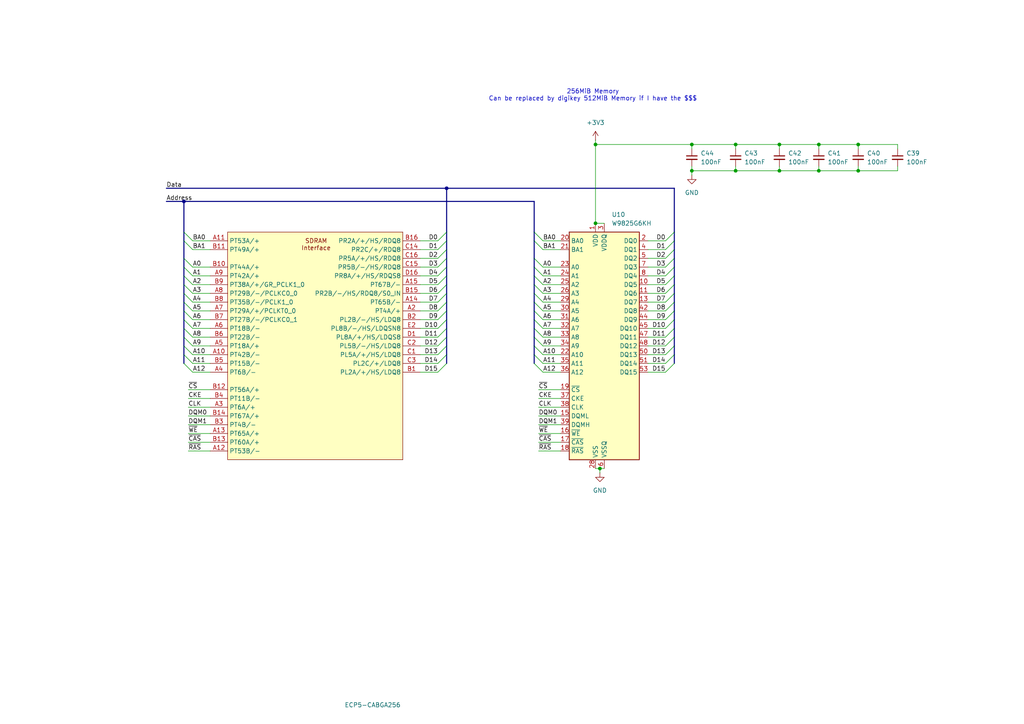
<source format=kicad_sch>
(kicad_sch (version 20250114) (generator "eeschema") (generator_version "9.0")
  (paper "A4")
  (title_block (title "Icepi zero") (date "2025-06-16") (rev "v1.2") (company "Chengyin Yao (cheyao)") (comment 1 "https://github.com/cheyao/icepi-zero") (comment 9 "OSHWA FR000026"))
  (lib_symbols
    (symbol "Device:C_Small" (pin_numbers (hide yes)) (pin_names (offset 0.254) (hide yes))
      (property "Reference" "C" (at 0.254 1.778 0))
      (property "Value" "C_Small" (at 0.254 -2.032 0))
      (symbol "C_Small_0_1"
        (polyline (pts (xy -1.524 0.508) (xy 1.524 0.508)) (stroke (width 0.3048)))
        (polyline (pts (xy -1.524 -0.508) (xy 1.524 -0.508)) (stroke (width 0.3302)))
      )
      (symbol "C_Small_1_1"
        (pin passive line (at 0 2.54 270) (length 2.032) (name "~") (number "1"))
        (pin passive line (at 0 -2.54 90) (length 2.032) (name "~") (number "2"))
      )
    )
    (symbol "Memory_RAM:MT48LC16M16A2P"
      (property "Reference" "U" (at -8.89 34.29 0))
      (property "Value" "MT48LC16M16A2P" (at 8.89 34.29 0))
      (symbol "MT48LC16M16A2P_0_1"
        (rectangle (start -10.16 33.02) (end 10.16 -33.02) (stroke (width 0.254)) (fill (type background)))
      )
      (symbol "MT48LC16M16A2P_1_1"
        (pin input line (at -12.7 30.48 0) (length 2.54) (name "BA0") (number "20"))
        (pin input line (at -12.7 27.94 0) (length 2.54) (name "BA1") (number "21"))
        (pin input line (at -12.7 22.86 0) (length 2.54) (name "A0") (number "23"))
        (pin input line (at -12.7 20.32 0) (length 2.54) (name "A1") (number "24"))
        (pin input line (at -12.7 17.78 0) (length 2.54) (name "A2") (number "25"))
        (pin input line (at -12.7 15.24 0) (length 2.54) (name "A3") (number "26"))
        (pin input line (at -12.7 12.7 0) (length 2.54) (name "A4") (number "29"))
        (pin input line (at -12.7 10.16 0) (length 2.54) (name "A5") (number "30"))
        (pin input line (at -12.7 7.62 0) (length 2.54) (name "A6") (number "31"))
        (pin input line (at -12.7 5.08 0) (length 2.54) (name "A7") (number "32"))
        (pin input line (at -12.7 2.54 0) (length 2.54) (name "A8") (number "33"))
        (pin input line (at -12.7 0 0) (length 2.54) (name "A9") (number "34"))
        (pin input line (at -12.7 -2.54 0) (length 2.54) (name "A10") (number "22"))
        (pin input line (at -12.7 -5.08 0) (length 2.54) (name "A11") (number "35"))
        (pin input line (at -12.7 -7.62 0) (length 2.54) (name "A12") (number "36"))
        (pin input line (at -12.7 -12.7 0) (length 2.54) (name "~{CS}") (number "19"))
        (pin input line (at -12.7 -15.24 0) (length 2.54) (name "CKE") (number "37"))
        (pin input line (at -12.7 -17.78 0) (length 2.54) (name "CLK") (number "38"))
        (pin input line (at -12.7 -20.32 0) (length 2.54) (name "DQML") (number "15"))
        (pin input line (at -12.7 -22.86 0) (length 2.54) (name "DQMH") (number "39"))
        (pin input line (at -12.7 -25.4 0) (length 2.54) (name "~{WE}") (number "16"))
        (pin input line (at -12.7 -27.94 0) (length 2.54) (name "~{CAS}") (number "17"))
        (pin input line (at -12.7 -30.48 0) (length 2.54) (name "~{RAS}") (number "18"))
        (pin power_in line (at -2.54 35.56 270) (length 2.54) (name "VDD") (number "1"))
        (pin passive line (at -2.54 35.56 270) (length 2.54) (hide yes) (name "VDD") (number "14"))
        (pin passive line (at -2.54 35.56 270) (length 2.54) (hide yes) (name "VDD") (number "27"))
        (pin power_in line (at -2.54 -35.56 90) (length 2.54) (name "VSS") (number "28"))
        (pin passive line (at -2.54 -35.56 90) (length 2.54) (hide yes) (name "VSS") (number "41"))
        (pin passive line (at -2.54 -35.56 90) (length 2.54) (hide yes) (name "VSS") (number "54"))
        (pin power_in line (at 0 35.56 270) (length 2.54) (name "VDDQ") (number "3"))
        (pin passive line (at 0 35.56 270) (length 2.54) (hide yes) (name "VDDQ") (number "43"))
        (pin passive line (at 0 35.56 270) (length 2.54) (hide yes) (name "VDDQ") (number "49"))
        (pin passive line (at 0 35.56 270) (length 2.54) (hide yes) (name "VDDQ") (number "9"))
        (pin passive line (at 0 -35.56 90) (length 2.54) (hide yes) (name "VSSQ") (number "12"))
        (pin passive line (at 0 -35.56 90) (length 2.54) (hide yes) (name "VSSQ") (number "46"))
        (pin passive line (at 0 -35.56 90) (length 2.54) (hide yes) (name "VSSQ") (number "52"))
        (pin power_in line (at 0 -35.56 90) (length 2.54) (name "VSSQ") (number "6"))
        (pin no_connect line (at 10.16 -20.32 180) (length 2.54) (hide yes) (name "NC") (number "40"))
        (pin bidirectional line (at 12.7 30.48 180) (length 2.54) (name "DQ0") (number "2"))
        (pin bidirectional line (at 12.7 27.94 180) (length 2.54) (name "DQ1") (number "4"))
        (pin bidirectional line (at 12.7 25.4 180) (length 2.54) (name "DQ2") (number "5"))
        (pin bidirectional line (at 12.7 22.86 180) (length 2.54) (name "DQ3") (number "7"))
        (pin bidirectional line (at 12.7 20.32 180) (length 2.54) (name "DQ4") (number "8"))
        (pin bidirectional line (at 12.7 17.78 180) (length 2.54) (name "DQ5") (number "10"))
        (pin bidirectional line (at 12.7 15.24 180) (length 2.54) (name "DQ6") (number "11"))
        (pin bidirectional line (at 12.7 12.7 180) (length 2.54) (name "DQ7") (number "13"))
        (pin bidirectional line (at 12.7 10.16 180) (length 2.54) (name "DQ8") (number "42"))
        (pin bidirectional line (at 12.7 7.62 180) (length 2.54) (name "DQ9") (number "44"))
        (pin bidirectional line (at 12.7 5.08 180) (length 2.54) (name "DQ10") (number "45"))
        (pin bidirectional line (at 12.7 2.54 180) (length 2.54) (name "DQ11") (number "47"))
        (pin bidirectional line (at 12.7 0 180) (length 2.54) (name "DQ12") (number "48"))
        (pin bidirectional line (at 12.7 -2.54 180) (length 2.54) (name "DQ13") (number "50"))
        (pin bidirectional line (at 12.7 -5.08 180) (length 2.54) (name "DQ14") (number "51"))
        (pin bidirectional line (at 12.7 -7.62 180) (length 2.54) (name "DQ15") (number "53"))
      )
    )
    (symbol "icepi-lib:LFE5U-25F-6BG256x"
      (property "Reference" "U" (at 48.768 1.016 0))
      (property "Value" "ECP5U-25F-CABGA256" (at 59.436 -1.27 0))
      (symbol "LFE5U-25F-6BG256x_1_1"
        (rectangle (start -47.625 10.16) (end 47.625 -10.16) (fill (type background)))
        (text "Power Block" (at -0.254 0 0) (effects (font (size 1.27 1.27))))
        (pin power_in line (at -45.72 15.24 270) (length 5.08) (name "VCC") (number "G6"))
        (pin power_in line (at -43.18 15.24 270) (length 5.08) (name "VCC") (number "G7"))
        (pin power_in line (at -40.64 15.24 270) (length 5.08) (name "VCC") (number "L8"))
        (pin power_in line (at -38.1 15.24 270) (length 5.08) (name "VCC") (number "L9"))
        (pin power_in line (at -35.56 15.24 270) (length 5.08) (name "VCC") (number "G9"))
        (pin power_in line (at -35.56 -15.24 90) (length 5.08) (name "GND") (number "A16"))
        (pin power_in line (at -33.02 15.24 270) (length 5.08) (name "VCC") (number "L10"))
        (pin power_in line (at -33.02 -15.24 90) (length 5.08) (name "GND") (number "H16"))
        (pin power_in line (at -30.48 -15.24 90) (length 5.08) (name "GND") (number "T16"))
        (pin power_in line (at -27.94 -15.24 90) (length 5.08) (name "GND") (number "D15"))
        (pin power_in line (at -25.4 15.24 270) (length 5.08) (name "VCCAUX") (number "L7"))
        (pin power_in line (at -25.4 -15.24 90) (length 5.08) (name "GND") (number "N15"))
        (pin power_in line (at -22.86 15.24 270) (length 5.08) (name "VCCAUX") (number "G11"))
        (pin power_in line (at -22.86 -15.24 90) (length 5.08) (name "GND") (number "T12"))
        (pin power_in line (at -20.32 -15.24 90) (length 5.08) (name "GND") (number "G10"))
        (pin power_in line (at -17.78 -15.24 90) (length 5.08) (name "GND") (number "H10"))
        (pin power_in line (at -15.24 15.24 270) (length 5.08) (name "VCCIO0") (number "F6"))
        (pin power_in line (at -15.24 -15.24 90) (length 5.08) (name "GND") (number "J10"))
        (pin power_in line (at -12.7 15.24 270) (length 5.08) (name "VCCIO0") (number "F7"))
        (pin power_in line (at -12.7 -15.24 90) (length 5.08) (name "GND") (number "K10"))
        (pin power_in line (at -10.16 -15.24 90) (length 5.08) (name "GND") (number "F9"))
        (pin power_in line (at -7.62 -15.24 90) (length 5.08) (name "GND") (number "H9"))
        (pin power_in line (at -5.08 15.24 270) (length 5.08) (name "VCCIO1") (number "F10"))
        (pin power_in line (at -5.08 -15.24 90) (length 5.08) (name "GND") (number "J9"))
        (pin power_in line (at -2.54 15.24 270) (length 5.08) (name "VCCIO1") (number "F11"))
        (pin power_in line (at -2.54 -15.24 90) (length 5.08) (name "GND") (number "K9"))
        (pin power_in line (at 0 -15.24 90) (length 5.08) (name "GND") (number "F8"))
        (pin power_in line (at 2.54 -15.24 90) (length 5.08) (name "GND") (number "G8"))
        (pin power_in line (at 5.08 15.24 270) (length 5.08) (name "VCCIO2") (number "J11"))
        (pin power_in line (at 5.08 -15.24 90) (length 5.08) (name "GND") (number "H8"))
        (pin power_in line (at 7.62 15.24 270) (length 5.08) (name "VCCIO2") (number "H11"))
        (pin power_in line (at 7.62 -15.24 90) (length 5.08) (name "GND") (number "J8"))
        (pin power_in line (at 10.16 -15.24 90) (length 5.08) (name "GND") (number "K8"))
        (pin power_in line (at 12.7 -15.24 90) (length 5.08) (name "GND") (number "K7"))
        (pin power_in line (at 15.24 15.24 270) (length 5.08) (name "VCCIO3") (number "L11"))
        (pin power_in line (at 15.24 -15.24 90) (length 5.08) (name "GND") (number "K6"))
        (pin power_in line (at 17.78 15.24 270) (length 5.08) (name "VCCIO3") (number "K11"))
        (pin power_in line (at 17.78 -15.24 90) (length 5.08) (name "GND") (number "T5"))
        (pin power_in line (at 20.32 -15.24 90) (length 5.08) (name "GND") (number "D2"))
        (pin power_in line (at 22.86 -15.24 90) (length 5.08) (name "GND") (number "N2"))
        (pin power_in line (at 25.4 15.24 270) (length 5.08) (name "VCCIO6") (number "J6"))
        (pin power_in line (at 25.4 -15.24 90) (length 5.08) (name "GND") (number "A1"))
        (pin power_in line (at 27.94 15.24 270) (length 5.08) (name "VCCIO6") (number "J7"))
        (pin power_in line (at 27.94 -15.24 90) (length 5.08) (name "GND") (number "H1"))
        (pin power_in line (at 30.48 -15.24 90) (length 5.08) (name "GND") (number "T1"))
        (pin power_in line (at 35.56 15.24 270) (length 5.08) (name "VCCIO7") (number "H6"))
        (pin power_in line (at 38.1 15.24 270) (length 5.08) (name "VCCIO7") (number "H7"))
        (pin power_in line (at 45.72 15.24 270) (length 5.08) (name "VCCIO8") (number "L6"))
      )
      (symbol "LFE5U-25F-6BG256x_2_1"
        (rectangle (start -7.62 5.715) (end 7.62 -5.715) (fill (type background)))
        (text "JTAG\nInterface" (at 2.032 0 0) (effects (font (size 1.27 1.27))))
        (pin output line (at -12.7 3.81 0) (length 5.08) (name "TDO") (number "M10"))
        (pin input line (at -12.7 1.27 0) (length 5.08) (name "TDI") (number "R11"))
        (pin input line (at -12.7 -1.27 0) (length 5.08) (name "TCK") (number "T10"))
        (pin input line (at -12.7 -3.81 0) (length 5.08) (name "TMS") (number "T11"))
      )
      (symbol "LFE5U-25F-6BG256x_3_1"
        (rectangle (start -25.4 8.255) (end 25.4 -8.255) (fill (type background)))
        (text "SysIO Config block" (at 8.89 -0.254 0) (effects (font (size 1.27 1.27))))
        (pin bidirectional line (at -30.48 6.35 0) (length 5.08) (name "PB15A/+/HOLDN/DI/BUSY/CSSPIN/CEN") (number "N8"))
        (pin bidirectional line (at -30.48 3.81 0) (length 5.08) (name "CCLK/MCLK/SCK") (number "N9"))
        (pin bidirectional line (at -30.48 1.27 0) (length 5.08) (name "PB11B/-/D0/MOSI/IO0") (number "T8"))
        (pin bidirectional line (at -30.48 -1.27 0) (length 5.08) (name "PB11A/+/D1/MISO/IO1") (number "T7"))
        (pin bidirectional line (at -30.48 -3.81 0) (length 5.08) (name "PL9B/-/D2/IO2") (number "M7"))
        (pin bidirectional line (at -30.48 -6.35 0) (length 5.08) (name "PL9A/+/D3/IO3") (number "N7"))
        (pin input line (at 30.48 6.35 180) (length 5.08) (name "CFG_0") (number "N10"))
        (pin input line (at 30.48 3.81 180) (length 5.08) (name "CFG_1") (number "P10"))
        (pin input line (at 30.48 1.27 180) (length 5.08) (name "CPG_2") (number "R10"))
        (pin output line (at 30.48 -1.27 180) (length 5.08) (name "DONE") (number "P9"))
        (pin bidirectional line (at 30.48 -3.81 180) (length 5.08) (name "INITN") (number "T9"))
        (pin bidirectional line (at 30.48 -6.35 180) (length 5.08) (name "PROGRAMN") (number "R9"))
      )
      (symbol "LFE5U-25F-6BG256x_4_1"
        (rectangle (start -20.32 17.145) (end 20.32 -17.145) (fill (type background)))
        (text "GPDI\nInterface" (at 11.176 0 0) (effects (font (size 1.27 1.27))))
        (pin bidirectional line (at -25.4 15.24 0) (length 5.08) (name "PR35A/+/HS/RDQ32") (number "P16"))
        (pin bidirectional line (at -25.4 12.7 0) (length 5.08) (name "PR35B/-/HS/RDQ32/VREF1_3") (number "R16"))
        (pin bidirectional line (at -25.4 10.16 0) (length 5.08) (name "PR38C/+/RDQ44") (number "R15"))
        (pin bidirectional line (at -25.4 7.62 0) (length 5.08) (name "PR38D/-/RDQ44") (number "T15"))
        (pin bidirectional line (at -25.4 5.08 0) (length 5.08) (name "PR41C/+/RDQ44") (number "R13"))
        (pin bidirectional line (at -25.4 2.54 0) (length 5.08) (name "PR41D/-/RSQ44") (number "T14"))
        (pin bidirectional line (at -25.4 0 0) (length 5.08) (name "PR44A/+/HS/RDQS44") (number "R12"))
        (pin bidirectional line (at -25.4 -2.54 0) (length 5.08) (name "PR44B/-/HS/RDQSN44") (number "T13"))
        (pin bidirectional line (at -25.4 -5.08 0) (length 5.08) (name "PL44A/+/HS/LDQS44") (number "R5"))
        (pin bidirectional line (at -25.4 -7.62 0) (length 5.08) (name "PL41D/-/LDQ44") (number "T3"))
        (pin bidirectional line (at -25.4 -10.16 0) (length 5.08) (name "PL44B/-/HS/LDQSN44") (number "T4"))
        (pin bidirectional line (at -25.4 -12.7 0) (length 5.08) (name "PL47D/-/LDQ44/LLC_GPLL0C_IN") (number "P5"))
        (pin bidirectional line (at -25.4 -15.24 0) (length 5.08) (name "PR32C/+/RDQ32") (number "L14"))
      )
      (symbol "LFE5U-25F-6BG256x_5_1"
        (rectangle (start -20.32 26.035) (end 19.685 -18.415) (fill (type background)))
        (text "USB/UART\nInterface" (at 10.16 0 0) (effects (font (size 1.27 1.27))))
        (pin bidirectional line (at -25.4 24.13 0) (length 5.08) (name "PR23C/-/RDQ20/PCLKT2_0") (number "K16"))
        (pin bidirectional line (at -25.4 21.59 0) (length 5.08) (name "PR23D/-/RDQ20/PCLKC2_0") (number "K15"))
        (pin bidirectional line (at -25.4 19.05 0) (length 5.08) (name "PR47A/+/HS/RSQ44") (number "M11"))
        (pin bidirectional line (at -25.4 16.51 0) (length 5.08) (name "PR26A/+/HS/RDQ32/PCLKT3_1") (number "L16"))
        (pin bidirectional line (at -25.4 13.97 0) (length 5.08) (name "PR26B/-/HS/RDQ32/PCLKC3_1") (number "L15"))
        (pin bidirectional line (at -25.4 11.43 0) (length 5.08) (name "PR44D/-/RSQ44") (number "N12"))
        (pin bidirectional line (at -25.4 8.89 0) (length 5.08) (name "PR47C/+/RSQ44/LRC_GPLL0T_IN") (number "P11"))
        (pin bidirectional line (at -25.4 3.81 0) (length 5.08) (name "PR11C/+/RDQ8") (number "F15"))
        (pin bidirectional line (at -25.4 1.27 0) (length 5.08) (name "PR11D/-/RDQ8") (number "E16"))
        (pin bidirectional line (at -25.4 -1.27 0) (length 5.08) (name "PR14B/-/HS/RDQ20") (number "G15"))
        (pin bidirectional line (at -25.4 -3.81 0) (length 5.08) (name "PR14D/-/RDQ20") (number "H14"))
        (pin bidirectional line (at -25.4 -8.89 0) (length 5.08) (name "PR23A/+/HS/RDQ20/PCLKT2_1") (number "J16"))
        (pin bidirectional line (at -25.4 -11.43 0) (length 5.08) (name "PR23B/-/HS/RDQ20/PCLKC2_1") (number "J15"))
        (pin bidirectional line (at -25.4 -13.97 0) (length 5.08) (name "PR5C/+/RDQ8") (number "E14"))
        (pin bidirectional line (at -25.4 -16.51 0) (length 5.08) (name "PT51B/-") (number "E11"))
      )
      (symbol "LFE5U-25F-6BG256x_6_1"
        (rectangle (start -25.4 33.02) (end 25.4 -33.02) (fill (type background)))
        (text "SDRAM\nInterface" (at 0.254 29.464 0) (effects (font (size 1.27 1.27))))
        (pin bidirectional line (at -30.48 30.48 0) (length 5.08) (name "PT53A/+") (number "A11"))
        (pin bidirectional line (at -30.48 27.94 0) (length 5.08) (name "PT49A/+") (number "B11"))
        (pin bidirectional line (at -30.48 22.86 0) (length 5.08) (name "PT44A/+") (number "B10"))
        (pin bidirectional line (at -30.48 20.32 0) (length 5.08) (name "PT42A/+") (number "A9"))
        (pin bidirectional line (at -30.48 17.78 0) (length 5.08) (name "PT38A/+/GR_PCLK1_0") (number "B9"))
        (pin bidirectional line (at -30.48 15.24 0) (length 5.08) (name "PT29B/-/PCLKC0_0") (number "A8"))
        (pin bidirectional line (at -30.48 12.7 0) (length 5.08) (name "PT35B/-/PCLK1_0") (number "B8"))
        (pin bidirectional line (at -30.48 10.16 0) (length 5.08) (name "PT29A/+/PCLKT0_0") (number "A7"))
        (pin bidirectional line (at -30.48 7.62 0) (length 5.08) (name "PT27B/-/PCLKC0_1") (number "B7"))
        (pin bidirectional line (at -30.48 5.08 0) (length 5.08) (name "PT18B/-") (number "A6"))
        (pin bidirectional line (at -30.48 2.54 0) (length 5.08) (name "PT22B/-") (number "B6"))
        (pin bidirectional line (at -30.48 0 0) (length 5.08) (name "PT18A/+") (number "A5"))
        (pin bidirectional line (at -30.48 -2.54 0) (length 5.08) (name "PT42B/-") (number "A10"))
        (pin bidirectional line (at -30.48 -5.08 0) (length 5.08) (name "PT15B/-") (number "B5"))
        (pin bidirectional line (at -30.48 -7.62 0) (length 5.08) (name "PT6B/-") (number "A4"))
        (pin bidirectional line (at -30.48 -12.7 0) (length 5.08) (name "PT56A/+") (number "B12"))
        (pin bidirectional line (at -30.48 -15.24 0) (length 5.08) (name "PT11B/-") (number "B4"))
        (pin bidirectional line (at -30.48 -17.78 0) (length 5.08) (name "PT6A/+") (number "A3"))
        (pin bidirectional line (at -30.48 -20.32 0) (length 5.08) (name "PT67A/+") (number "B14"))
        (pin bidirectional line (at -30.48 -22.86 0) (length 5.08) (name "PT4B/-") (number "B3"))
        (pin bidirectional line (at -30.48 -25.4 0) (length 5.08) (name "PT65A/+") (number "A13"))
        (pin bidirectional line (at -30.48 -27.94 0) (length 5.08) (name "PT60A/+") (number "B13"))
        (pin bidirectional line (at -30.48 -30.48 0) (length 5.08) (name "PT53B/-") (number "A12"))
        (pin bidirectional line (at 30.48 30.48 180) (length 5.08) (name "PR2A/+/HS/RDQ8") (number "B16"))
        (pin bidirectional line (at 30.48 27.94 180) (length 5.08) (name "PR2C/+/RDQ8") (number "C14"))
        (pin bidirectional line (at 30.48 25.4 180) (length 5.08) (name "PR5A/+/HS/RDQ8") (number "C16"))
        (pin bidirectional line (at 30.48 22.86 180) (length 5.08) (name "PR5B/-/HS/RDQ8") (number "C15"))
        (pin bidirectional line (at 30.48 20.32 180) (length 5.08) (name "PR8A/+/HS/RDQS8") (number "D16"))
        (pin bidirectional line (at 30.48 17.78 180) (length 5.08) (name "PT67B/-") (number "A15"))
        (pin bidirectional line (at 30.48 15.24 180) (length 5.08) (name "PR2B/-/HS/RDQ8/S0_IN") (number "B15"))
        (pin bidirectional line (at 30.48 12.7 180) (length 5.08) (name "PT65B/-") (number "A14"))
        (pin bidirectional line (at 30.48 10.16 180) (length 5.08) (name "PT4A/+") (number "A2"))
        (pin bidirectional line (at 30.48 7.62 180) (length 5.08) (name "PL2B/-/HS/LDQ8") (number "B2"))
        (pin bidirectional line (at 30.48 5.08 180) (length 5.08) (name "PL8B/-/HS/LDQSN8") (number "E2"))
        (pin bidirectional line (at 30.48 2.54 180) (length 5.08) (name "PL8A/+/HS/LDQS8") (number "D1"))
        (pin bidirectional line (at 30.48 0 180) (length 5.08) (name "PL5B/-/HS/LDQ8") (number "C2"))
        (pin bidirectional line (at 30.48 -2.54 180) (length 5.08) (name "PL5A/+/HS/LDQ8") (number "C1"))
        (pin bidirectional line (at 30.48 -5.08 180) (length 5.08) (name "PL2C/+/LDQ8") (number "C3"))
        (pin bidirectional line (at 30.48 -7.62 180) (length 5.08) (name "PL2A/+/HS/LDQ8") (number "B1"))
      )
      (symbol "LFE5U-25F-6BG256x_7_1"
        (rectangle (start -19.05 10.16) (end 19.05 -10.16) (fill (type background)))
        (text "uSD\nInterface" (at 13.462 0 0) (effects (font (size 1.27 1.27))))
        (pin bidirectional line (at -24.13 7.62 0) (length 5.08) (name "PR38B/-/HS/RDQ44") (number "P14"))
        (pin bidirectional line (at -24.13 5.08 0) (length 5.08) (name "PR41B/-/HS/RDQ44") (number "R14"))
        (pin bidirectional line (at -24.13 2.54 0) (length 5.08) (name "PR26D/-/RDQ32/PCLKC3_0") (number "M15"))
        (pin bidirectional line (at -24.13 0 0) (length 5.08) (name "PR32D/-/RDQ32") (number "M14"))
        (pin bidirectional line (at -24.13 -2.54 0) (length 5.08) (name "PR32A/+/HS/RDQS32") (number "N16"))
        (pin bidirectional line (at -24.13 -5.08 0) (length 5.08) (name "PR32B/-/HS/RDQSN32") (number "P15"))
        (pin bidirectional line (at -24.13 -7.62 0) (length 5.08) (name "PR26C/+/RDQ32/PCLKT3_0") (number "M16"))
      )
      (symbol "LFE5U-25F-6BG256x_8_1"
        (rectangle (start -34.29 23.495) (end 34.29 -26.035) (fill (type background)))
        (text "GPIO\nInterface" (at -0.508 20.828 0) (effects (font (size 1.27 1.27))))
        (pin bidirectional line (at -39.37 21.59 0) (length 5.08) (name "PL38D/-/LDQ44") (number "T2"))
        (pin bidirectional line (at -39.37 19.05 0) (length 5.08) (name "PL38C/+/LDQ44") (number "R2"))
        (pin bidirectional line (at -39.37 16.51 0) (length 5.08) (name "PL35B/-/HS/LDQ32/VREF1_6") (number "R1"))
        (pin bidirectional line (at -39.37 11.43 0) (length 5.08) (name "PL41B/-/HS/LDQ44") (number "R3"))
        (pin bidirectional line (at -39.37 8.89 0) (length 5.08) (name "PL38B/-/HS/LDQ44") (number "P3"))
        (pin bidirectional line (at -39.37 6.35 0) (length 5.08) (name "PL32B/-/HS/LDQSN32") (number "P2"))
        (pin bidirectional line (at -39.37 1.27 0) (length 5.08) (name "PL26B/-/HS/LDQ32/PCLKC6_1") (number "L2"))
        (pin bidirectional line (at -39.37 -1.27 0) (length 5.08) (name "PL23A/+/HS/LDQ20/PCLKT7") (number "J1"))
        (pin bidirectional line (at -39.37 -3.81 0) (length 5.08) (name "PL14B/-/HS/LDQ20") (number "G2"))
        (pin bidirectional line (at -39.37 -8.89 0) (length 5.08) (name "PL14C/+/LDQ20/VREF1_7") (number "G3"))
        (pin bidirectional line (at -39.37 -11.43 0) (length 5.08) (name "PL11D/-/LDQ8") (number "E1"))
        (pin bidirectional line (at -39.37 -13.97 0) (length 5.08) (name "PL5D/-/LDQ8") (number "F3"))
        (pin bidirectional line (at -39.37 -16.51 0) (length 5.08) (name "PL5C/+/LDQ8") (number "E3"))
        (pin bidirectional line (at -39.37 -19.05 0) (length 5.08) (name "PT9A/+") (number "E4"))
        (pin bidirectional line (at -39.37 -21.59 0) (length 5.08) (name "PT9B/-") (number "D4"))
        (pin bidirectional line (at 39.37 16.51 180) (length 5.08) (name "PL35A/+/HS/LDQ32") (number "P1"))
        (pin bidirectional line (at 39.37 13.97 180) (length 5.08) (name "PL32A/+/HS/LDQS32") (number "N1"))
        (pin bidirectional line (at 39.37 11.43 180) (length 5.08) (name "PL38A/+/HS/LDQ44") (number "N4"))
        (pin bidirectional line (at 39.37 6.35 180) (length 5.08) (name "PL26D/-/LDQ32/PCLK6_0") (number "M2"))
        (pin bidirectional line (at 39.37 3.81 180) (length 5.08) (name "PL26A/+/HS/LDQ32/PCLKT6_1") (number "L1"))
        (pin bidirectional line (at 39.37 -1.27 180) (length 5.08) (name "PL23B/-/HS/LDQ20/PCLKC7_1") (number "J2"))
        (pin bidirectional line (at 39.37 -3.81 180) (length 5.08) (name "PL20C/+/LDQS20/GR_PCLK7_0") (number "H2"))
        (pin bidirectional line (at 39.37 -6.35 180) (length 5.08) (name "PL20A/+/HS/LDQS20/GR_PCLK7_1") (number "G1"))
        (pin bidirectional line (at 39.37 -8.89 180) (length 5.08) (name "PL20D/-/LDQS20") (number "K3"))
        (pin bidirectional line (at 39.37 -13.97 180) (length 5.08) (name "PL20B/-/HS/LDQSN20") (number "J3"))
        (pin bidirectional line (at 39.37 -19.05 180) (length 5.08) (name "PL14D/-/lDQ20") (number "H3"))
        (pin bidirectional line (at 39.37 -21.59 180) (length 5.08) (name "PL14A/+/HS/LDQ20") (number "F1"))
        (pin bidirectional line (at 39.37 -24.13 180) (length 5.08) (name "PL11C/+/LDQ8") (number "F2"))
      )
      (symbol "LFE5U-25F-6BG256x_9_1"
        (rectangle (start -15.24 17.145) (end 15.24 -17.145) (fill (type background)))
        (text "MISC\nInterface" (at 6.604 2.54 0) (effects (font (size 1.27 1.27))))
        (pin bidirectional line (at -20.32 15.24 0) (length 5.08) (name "PT11A/+") (number "C4"))
        (pin bidirectional line (at -20.32 12.7 0) (length 5.08) (name "PT15A/+") (number "C5"))
        (pin bidirectional line (at -20.32 7.62 0) (length 5.08) (name "PT62B/-") (number "E13"))
        (pin bidirectional line (at -20.32 5.08 0) (length 5.08) (name "PR2D/-/RDQ8") (number "D14"))
        (pin bidirectional line (at -20.32 2.54 0) (length 5.08) (name "PT58B/-") (number "E12"))
        (pin bidirectional line (at -20.32 0 0) (length 5.08) (name "PT60B/-") (number "C13"))
        (pin bidirectional line (at -20.32 -2.54 0) (length 5.08) (name "PT62A/+") (number "D13"))
        (pin bidirectional line (at -20.32 -7.62 0) (length 5.08) (name "PT27A/+/PCLKT0_1") (number "C7"))
        (pin bidirectional line (at -20.32 -10.16 0) (length 5.08) (name "PT35A/+/PCLKT1_0") (number "C8"))
        (pin bidirectional line (at -20.32 -15.24 0) (length 5.08) (name "PL26C/+/LDQ32/PCLKT6_0") (number "M1"))
      )
      (symbol "LFE5U-25F-6BG256x_10_1"
        (rectangle (start -53.34 38.1) (end 53.34 -41.91) (fill (type background)))
        (text "Unused I/O" (at -1.524 0.254 0) (effects (font (size 1.27 1.27))))
        (pin bidirectional line (at -58.42 30.48 0) (length 5.08) (name "PL2D/-/LDQ8") (number "D3"))
        (pin bidirectional line (at -58.42 27.94 0) (length 5.08) (name "PL8C/+/LDQ8") (number "F4"))
        (pin bidirectional line (at -58.42 25.4 0) (length 5.08) (name "PL8D/-/LDQ8") (number "F5"))
        (pin bidirectional line (at -58.42 22.86 0) (length 5.08) (name "PL11A/+/HS/LDQ8") (number "G5"))
        (pin bidirectional line (at -58.42 20.32 0) (length 5.08) (name "PL11B/-/HS/LDQ8") (number "G4"))
        (pin bidirectional line (at -58.42 17.78 0) (length 5.08) (name "PL17A/+/HS/LDQ20") (number "H5"))
        (pin bidirectional line (at -58.42 15.24 0) (length 5.08) (name "PL17B/-/HS/LDQ20") (number "H4"))
        (pin bidirectional line (at -58.42 12.7 0) (length 5.08) (name "PL17C/+/LDQ20") (number "J4"))
        (pin bidirectional line (at -58.42 10.16 0) (length 5.08) (name "PL17D/-/LDQ20") (number "J5"))
        (pin bidirectional line (at -58.42 7.62 0) (length 5.08) (name "PL23C/+/LDQ20/PCLKT7_0") (number "K1"))
        (pin bidirectional line (at -58.42 5.08 0) (length 5.08) (name "PL23D/-/LDQ20/PCLKC7_0") (number "K2"))
        (pin bidirectional line (at -58.42 2.54 0) (length 5.08) (name "PL29A/+/HS/LDQ32/GR_PCLK6_0") (number "K4"))
        (pin bidirectional line (at -58.42 0 0) (length 5.08) (name "PL29B/-/HS/LDQ32") (number "K5"))
        (pin bidirectional line (at -58.42 -2.54 0) (length 5.08) (name "PL29C/+/LDQ32/GR_PCLK6_1") (number "L4"))
        (pin bidirectional line (at -58.42 -5.08 0) (length 5.08) (name "PL29D/-/LDQ32") (number "L5"))
        (pin bidirectional line (at -58.42 -7.62 0) (length 5.08) (name "PL32C/+/LDQ32") (number "L3"))
        (pin bidirectional line (at -58.42 -10.16 0) (length 5.08) (name "PL32D/-/LDQ32") (number "M3"))
        (pin bidirectional line (at -58.42 -12.7 0) (length 5.08) (name "PL35C/+/LDQ32") (number "M4"))
        (pin bidirectional line (at -58.42 -15.24 0) (length 5.08) (name "PL35D/-/LDQ32") (number "N3"))
        (pin bidirectional line (at -58.42 -17.78 0) (length 5.08) (name "PL41A/+/HS/LDQ44") (number "P4"))
        (pin bidirectional line (at -58.42 -20.32 0) (length 5.08) (name "PL41C/+/LD44") (number "R4"))
        (pin bidirectional line (at -58.42 -22.86 0) (length 5.08) (name "PL44C/+/LDQ44") (number "M5"))
        (pin bidirectional line (at -58.42 -25.4 0) (length 5.08) (name "PL44D/-/LDQ44") (number "N5"))
        (pin bidirectional line (at -58.42 -27.94 0) (length 5.08) (name "PL47A/+/HS/LDQ44") (number "M6"))
        (pin bidirectional line (at -58.42 -30.48 0) (length 5.08) (name "PL47B/-/HS/LDQ44") (number "N6"))
        (pin bidirectional line (at -58.42 -33.02 0) (length 5.08) (name "PL47C/+/LDQ44/LLC+GPLL0T_IN") (number "P6"))
        (pin bidirectional line (at -27.94 43.18 270) (length 5.08) (name "PT13B/-") (number "D5"))
        (pin bidirectional line (at -25.4 43.18 270) (length 5.08) (name "PT13A/+") (number "E5"))
        (pin bidirectional line (at -22.86 43.18 270) (length 5.08) (name "PT20B/-") (number "D6"))
        (pin bidirectional line (at -20.32 43.18 270) (length 5.08) (name "PT20A/+") (number "E6"))
        (pin bidirectional line (at -17.78 43.18 270) (length 5.08) (name "PT22A/+") (number "C6"))
        (pin bidirectional line (at -15.24 43.18 270) (length 5.08) (name "PT24B/-/GR_PCLK0_0") (number "D7"))
        (pin bidirectional line (at -12.7 43.18 270) (length 5.08) (name "PT24A/+/GR_PCLK0_1") (number "E7"))
        (pin bidirectional line (at -10.16 43.18 270) (length 5.08) (name "PT33B/-/PCLKC1_1") (number "D8"))
        (pin bidirectional line (at -10.16 -46.99 90) (length 5.08) (name "PB18A/WRITEN") (number "M9"))
        (pin bidirectional line (at -7.62 43.18 270) (length 5.08) (name "PT33A/+/PCLKT1_1") (number "E8"))
        (pin bidirectional line (at -7.62 -46.99 90) (length 5.08) (name "PB15B/0/DOUT/CSON") (number "M8"))
        (pin bidirectional line (at -5.08 43.18 270) (length 5.08) (name "PT38B/-/GR_PCLK1_1") (number "C9"))
        (pin bidirectional line (at -5.08 -46.99 90) (length 5.08) (name "PB13B/-/CS1N") (number "P8"))
        (pin bidirectional line (at -2.54 43.18 270) (length 5.08) (name "PT40B/-") (number "E9"))
        (pin bidirectional line (at -2.54 -46.99 90) (length 5.08) (name "PB13A/+/SN/CSN") (number "R8"))
        (pin bidirectional line (at 0 43.18 270) (length 5.08) (name "PT40A/+") (number "D9"))
        (pin bidirectional line (at 0 -46.99 90) (length 5.08) (name "PB6B/-/D4/MOSI2/IO4") (number "P7"))
        (pin bidirectional line (at 2.54 43.18 270) (length 5.08) (name "PT44B/-") (number "C10"))
        (pin bidirectional line (at 2.54 -46.99 90) (length 5.08) (name "PB6A/+/D5/MISO2/IO5") (number "R7"))
        (pin bidirectional line (at 5.08 43.18 270) (length 5.08) (name "PT47B/-") (number "E10"))
        (pin bidirectional line (at 5.08 -46.99 90) (length 5.08) (name "PB4B/0/D6/IO6") (number "R6"))
        (pin bidirectional line (at 7.62 43.18 270) (length 5.08) (name "PT47A/+") (number "D10"))
        (pin bidirectional line (at 7.62 -46.99 90) (length 5.08) (name "PB4A/+/D7/IO7") (number "T6"))
        (pin bidirectional line (at 10.16 43.18 270) (length 5.08) (name "PT49B/-") (number "C11"))
        (pin bidirectional line (at 12.7 43.18 270) (length 5.08) (name "PT51A/+") (number "D11"))
        (pin bidirectional line (at 15.24 43.18 270) (length 5.08) (name "PT56B/-") (number "C12"))
        (pin bidirectional line (at 17.78 43.18 270) (length 5.08) (name "PT58A/+") (number "D12"))
        (pin bidirectional line (at 58.42 33.02 180) (length 5.08) (name "PL26D/-/LDQ32/PCLK6_0") (number "M2"))
        (pin bidirectional line (at 58.42 30.48 180) (length 5.08) (name "PR47B/0/HS/RDQ44") (number "N11"))
        (pin bidirectional line (at 58.42 27.94 180) (length 5.08) (name "PR47C/+/RSQ44/LRC_GPLL0T_IN") (number "P11"))
        (pin bidirectional line (at 58.42 25.4 180) (length 5.08) (name "PR44C/+/RDQ44") (number "M12"))
        (pin bidirectional line (at 58.42 22.86 180) (length 5.08) (name "PR47D/-/RDQ44/LRC_GPLL0C_IN") (number "P12"))
        (pin bidirectional line (at 58.42 20.32 180) (length 5.08) (name "PR41A/+/HS/RDQ44") (number "P13"))
        (pin bidirectional line (at 58.42 17.78 180) (length 5.08) (name "PR38A/+/HS/RDQ44") (number "N13"))
        (pin bidirectional line (at 58.42 15.24 180) (length 5.08) (name "PR35C/+/RDQ32") (number "M13"))
        (pin bidirectional line (at 58.42 12.7 180) (length 5.08) (name "PR35D/-/RDQ32") (number "N14"))
        (pin bidirectional line (at 58.42 10.16 180) (length 5.08) (name "PR29A/+/HS/RDQ32/GR_PCLK3_0") (number "K13"))
        (pin bidirectional line (at 58.42 7.62 180) (length 5.08) (name "PR29B/-/HS/RDQ32") (number "K12"))
        (pin bidirectional line (at 58.42 5.08 180) (length 5.08) (name "PR29C/+/RDQ32/GR_PCLK3_1") (number "L13"))
        (pin bidirectional line (at 58.42 2.54 180) (length 5.08) (name "PR29D/-/RDQ32") (number "L12"))
        (pin bidirectional line (at 58.42 0 180) (length 5.08) (name "PR20A/+/HS/RDQS20/GR_PCLK2_1") (number "G16"))
        (pin bidirectional line (at 58.42 -2.54 180) (length 5.08) (name "PR20B/-/HS/RDQSN20") (number "H15"))
        (pin bidirectional line (at 58.42 -5.08 180) (length 5.08) (name "PR20C/+/RDQ20/GR_PCLK2_0") (number "J14"))
        (pin bidirectional line (at 58.42 -7.62 180) (length 5.08) (name "PR20D/-/RDQ20") (number "K14"))
        (pin bidirectional line (at 58.42 -10.16 180) (length 5.08) (name "PR17A/+/HS/RDQ20") (number "H12"))
        (pin bidirectional line (at 58.42 -12.7 180) (length 5.08) (name "PR17B/-/HS/RDQ20") (number "H13"))
        (pin bidirectional line (at 58.42 -15.24 180) (length 5.08) (name "PR17C/+/RDQ20") (number "J13"))
        (pin bidirectional line (at 58.42 -17.78 180) (length 5.08) (name "PR17D/-/RDQ20") (number "J12"))
        (pin bidirectional line (at 58.42 -20.32 180) (length 5.08) (name "PR14A/+/HS/RDQ20") (number "F16"))
        (pin bidirectional line (at 58.42 -22.86 180) (length 5.08) (name "PR14C/+/RDQ20/VREF1_2") (number "G14"))
        (pin bidirectional line (at 58.42 -25.4 180) (length 5.08) (name "PR11A/+/HS/RDQ8") (number "G12"))
        (pin bidirectional line (at 58.42 -27.94 180) (length 5.08) (name "PR11B/-/HS/RDQ8") (number "G13"))
        (pin bidirectional line (at 58.42 -30.48 180) (length 5.08) (name "PR8B/-/HS/RDQSN8") (number "E15"))
        (pin bidirectional line (at 58.42 -33.02 180) (length 5.08) (name "PR8C/+/RDQ8") (number "F13"))
        (pin bidirectional line (at 58.42 -35.56 180) (length 5.08) (name "PR8D/-/RDQ8") (number "F12"))
        (pin bidirectional line (at 58.42 -38.1 180) (length 5.08) (name "PR5D/-/RDQ8") (number "F14"))
      )
    )
    (symbol "power:+3V3" (power) (pin_numbers (hide yes)) (pin_names (offset 0) (hide yes))
      (property "Value" "+3V3" (at 0 3.556 0))
      (symbol "+3V3_0_1"
        (polyline (pts (xy -0.762 1.27) (xy 0 2.54)))
        (polyline (pts (xy 0 2.54) (xy 0.762 1.27)))
        (polyline (pts (xy 0 0) (xy 0 2.54)))
      )
      (symbol "+3V3_1_1"
        (pin power_in line (at 0 0 90) (length 0) (name "~") (number "1"))
      )
    )
    (symbol "power:GND" (power) (pin_numbers (hide yes)) (pin_names (offset 0) (hide yes))
      (property "Value" "GND" (at 0 -3.81 0))
      (symbol "GND_0_1"
        (polyline (pts (xy 0 0) (xy 0 -1.27) (xy 1.27 -1.27) (xy 0 -2.54) (xy -1.27 -1.27) (xy 0 -1.27)))
      )
      (symbol "GND_1_1"
        (pin power_in line (at 0 0 270) (length 0) (name "~") (number "1"))
      )
    )
  )
  (text "256MiB Memory\nCan be replaced by digikey 512MiB Memory if I have the $$$" (at 171.958 27.686 0) (effects (font (size 1.27 1.27))))
  (junction (at 129.54 54.61))
  (junction (at 226.06 49.53))
  (junction (at 200.66 41.91))
  (junction (at 53.34 58.42))
  (junction (at 213.36 41.91))
  (junction (at 172.72 41.91))
  (junction (at 200.66 49.53))
  (junction (at 237.49 41.91))
  (junction (at 173.99 135.89))
  (junction (at 172.72 64.77))
  (junction (at 248.92 41.91))
  (junction (at 237.49 49.53))
  (junction (at 248.92 49.53))
  (junction (at 226.06 41.91))
  (junction (at 213.36 49.53))
  (bus_entry (at 53.34 69.85) (size 2.54 2.54))
  (bus_entry (at 195.58 97.79) (size -2.54 2.54))
  (bus_entry (at 154.94 77.47) (size 2.54 2.54))
  (bus_entry (at 154.94 90.17) (size 2.54 2.54))
  (bus_entry (at 55.88 85.09) (size -2.54 -2.54))
  (bus_entry (at 154.94 67.31) (size 2.54 2.54))
  (bus_entry (at 154.94 69.85) (size 2.54 2.54))
  (bus_entry (at 195.58 67.31) (size -2.54 2.54))
  (bus_entry (at 129.54 87.63) (size -2.54 2.54))
  (bus_entry (at 55.88 92.71) (size -2.54 -2.54))
  (bus_entry (at 154.94 87.63) (size 2.54 2.54))
  (bus_entry (at 55.88 90.17) (size -2.54 -2.54))
  (bus_entry (at 129.54 67.31) (size -2.54 2.54))
  (bus_entry (at 129.54 69.85) (size -2.54 2.54))
  (bus_entry (at 195.58 72.39) (size -2.54 2.54))
  (bus_entry (at 55.88 80.01) (size -2.54 -2.54))
  (bus_entry (at 129.54 105.41) (size -2.54 2.54))
  (bus_entry (at 195.58 69.85) (size -2.54 2.54))
  (bus_entry (at 53.34 67.31) (size 2.54 2.54))
  (bus_entry (at 154.94 82.55) (size 2.54 2.54))
  (bus_entry (at 154.94 95.25) (size 2.54 2.54))
  (bus_entry (at 195.58 90.17) (size -2.54 2.54))
  (bus_entry (at 55.88 102.87) (size -2.54 -2.54))
  (bus_entry (at 129.54 100.33) (size -2.54 2.54))
  (bus_entry (at 195.58 87.63) (size -2.54 2.54))
  (bus_entry (at 154.94 85.09) (size 2.54 2.54))
  (bus_entry (at 154.94 92.71) (size 2.54 2.54))
  (bus_entry (at 195.58 102.87) (size -2.54 2.54))
  (bus_entry (at 195.58 82.55) (size -2.54 2.54))
  (bus_entry (at 195.58 77.47) (size -2.54 2.54))
  (bus_entry (at 55.88 100.33) (size -2.54 -2.54))
  (bus_entry (at 129.54 90.17) (size -2.54 2.54))
  (bus_entry (at 55.88 105.41) (size -2.54 -2.54))
  (bus_entry (at 129.54 102.87) (size -2.54 2.54))
  (bus_entry (at 195.58 100.33) (size -2.54 2.54))
  (bus_entry (at 154.94 105.41) (size 2.54 2.54))
  (bus_entry (at 129.54 72.39) (size -2.54 2.54))
  (bus_entry (at 55.88 87.63) (size -2.54 -2.54))
  (bus_entry (at 55.88 77.47) (size -2.54 -2.54))
  (bus_entry (at 55.88 95.25) (size -2.54 -2.54))
  (bus_entry (at 195.58 92.71) (size -2.54 2.54))
  (bus_entry (at 129.54 82.55) (size -2.54 2.54))
  (bus_entry (at 195.58 85.09) (size -2.54 2.54))
  (bus_entry (at 195.58 95.25) (size -2.54 2.54))
  (bus_entry (at 154.94 80.01) (size 2.54 2.54))
  (bus_entry (at 195.58 105.41) (size -2.54 2.54))
  (bus_entry (at 129.54 74.93) (size -2.54 2.54))
  (bus_entry (at 154.94 97.79) (size 2.54 2.54))
  (bus_entry (at 129.54 97.79) (size -2.54 2.54))
  (bus_entry (at 129.54 80.01) (size -2.54 2.54))
  (bus_entry (at 129.54 85.09) (size -2.54 2.54))
  (bus_entry (at 129.54 77.47) (size -2.54 2.54))
  (bus_entry (at 195.58 74.93) (size -2.54 2.54))
  (bus_entry (at 129.54 92.71) (size -2.54 2.54))
  (bus_entry (at 154.94 102.87) (size 2.54 2.54))
  (bus_entry (at 195.58 80.01) (size -2.54 2.54))
  (bus_entry (at 154.94 74.93) (size 2.54 2.54))
  (bus_entry (at 55.88 82.55) (size -2.54 -2.54))
  (bus_entry (at 129.54 95.25) (size -2.54 2.54))
  (bus_entry (at 55.88 97.79) (size -2.54 -2.54))
  (bus_entry (at 55.88 107.95) (size -2.54 -2.54))
  (bus_entry (at 154.94 100.33) (size 2.54 2.54))
  (wire (pts (xy 187.96 69.85) (xy 193.04 69.85)))
  (bus (pts (xy 129.54 69.85) (xy 129.54 72.39)))
  (wire (pts (xy 157.48 95.25) (xy 162.56 95.25)))
  (wire (pts (xy 213.36 49.53) (xy 200.66 49.53)))
  (bus (pts (xy 129.54 82.55) (xy 129.54 85.09)))
  (bus (pts (xy 53.34 58.42) (xy 154.94 58.42)))
  (bus (pts (xy 195.58 80.01) (xy 195.58 77.47)))
  (bus (pts (xy 154.94 80.01) (xy 154.94 77.47)))
  (wire (pts (xy 226.06 49.53) (xy 213.36 49.53)))
  (wire (pts (xy 200.66 50.8) (xy 200.66 49.53)))
  (wire (pts (xy 187.96 74.93) (xy 193.04 74.93)))
  (bus (pts (xy 195.58 67.31) (xy 195.58 54.61)))
  (bus (pts (xy 195.58 90.17) (xy 195.58 87.63)))
  (wire (pts (xy 54.61 125.73) (xy 60.96 125.73)))
  (wire (pts (xy 172.72 135.89) (xy 173.99 135.89)))
  (wire (pts (xy 55.88 95.25) (xy 60.96 95.25)))
  (wire (pts (xy 187.96 87.63) (xy 193.04 87.63)))
  (wire (pts (xy 237.49 41.91) (xy 237.49 43.18)))
  (wire (pts (xy 156.21 115.57) (xy 162.56 115.57)))
  (wire (pts (xy 54.61 130.81) (xy 60.96 130.81)))
  (bus (pts (xy 53.34 77.47) (xy 53.34 74.93)))
  (wire (pts (xy 187.96 100.33) (xy 193.04 100.33)))
  (bus (pts (xy 53.34 95.25) (xy 53.34 92.71)))
  (bus (pts (xy 154.94 92.71) (xy 154.94 90.17)))
  (wire (pts (xy 187.96 77.47) (xy 193.04 77.47)))
  (wire (pts (xy 54.61 128.27) (xy 60.96 128.27)))
  (wire (pts (xy 55.88 69.85) (xy 60.96 69.85)))
  (bus (pts (xy 195.58 102.87) (xy 195.58 100.33)))
  (wire (pts (xy 156.21 128.27) (xy 162.56 128.27)))
  (wire (pts (xy 200.66 41.91) (xy 200.66 43.18)))
  (wire (pts (xy 173.99 135.89) (xy 175.26 135.89)))
  (wire (pts (xy 187.96 85.09) (xy 193.04 85.09)))
  (wire (pts (xy 187.96 72.39) (xy 193.04 72.39)))
  (wire (pts (xy 54.61 118.11) (xy 60.96 118.11)))
  (bus (pts (xy 195.58 97.79) (xy 195.58 95.25)))
  (wire (pts (xy 121.92 72.39) (xy 127 72.39)))
  (wire (pts (xy 213.36 41.91) (xy 213.36 43.18)))
  (wire (pts (xy 213.36 41.91) (xy 200.66 41.91)))
  (wire (pts (xy 157.48 100.33) (xy 162.56 100.33)))
  (wire (pts (xy 248.92 41.91) (xy 248.92 43.18)))
  (bus (pts (xy 154.94 74.93) (xy 154.94 69.85)))
  (bus (pts (xy 154.94 105.41) (xy 154.94 102.87)))
  (bus (pts (xy 53.34 80.01) (xy 53.34 77.47)))
  (bus (pts (xy 129.54 90.17) (xy 129.54 92.71)))
  (wire (pts (xy 213.36 48.26) (xy 213.36 49.53)))
  (wire (pts (xy 54.61 123.19) (xy 60.96 123.19)))
  (bus (pts (xy 195.58 82.55) (xy 195.58 80.01)))
  (bus (pts (xy 195.58 85.09) (xy 195.58 82.55)))
  (wire (pts (xy 226.06 49.53) (xy 226.06 48.26)))
  (bus (pts (xy 53.34 82.55) (xy 53.34 80.01)))
  (wire (pts (xy 172.72 41.91) (xy 200.66 41.91)))
  (wire (pts (xy 55.88 92.71) (xy 60.96 92.71)))
  (wire (pts (xy 55.88 97.79) (xy 60.96 97.79)))
  (wire (pts (xy 172.72 40.64) (xy 172.72 41.91)))
  (wire (pts (xy 157.48 82.55) (xy 162.56 82.55)))
  (wire (pts (xy 121.92 90.17) (xy 127 90.17)))
  (bus (pts (xy 195.58 54.61) (xy 129.54 54.61)))
  (wire (pts (xy 156.21 120.65) (xy 162.56 120.65)))
  (wire (pts (xy 121.92 102.87) (xy 127 102.87)))
  (wire (pts (xy 226.06 41.91) (xy 213.36 41.91)))
  (wire (pts (xy 187.96 105.41) (xy 193.04 105.41)))
  (wire (pts (xy 121.92 69.85) (xy 127 69.85)))
  (bus (pts (xy 48.26 58.42) (xy 53.34 58.42)))
  (wire (pts (xy 121.92 74.93) (xy 127 74.93)))
  (wire (pts (xy 156.21 123.19) (xy 162.56 123.19)))
  (bus (pts (xy 154.94 85.09) (xy 154.94 82.55)))
  (wire (pts (xy 55.88 87.63) (xy 60.96 87.63)))
  (bus (pts (xy 129.54 85.09) (xy 129.54 87.63)))
  (wire (pts (xy 237.49 49.53) (xy 226.06 49.53)))
  (bus (pts (xy 129.54 92.71) (xy 129.54 95.25)))
  (bus (pts (xy 154.94 100.33) (xy 154.94 97.79)))
  (wire (pts (xy 187.96 107.95) (xy 193.04 107.95)))
  (wire (pts (xy 226.06 41.91) (xy 226.06 43.18)))
  (bus (pts (xy 129.54 80.01) (xy 129.54 82.55)))
  (wire (pts (xy 121.92 107.95) (xy 127 107.95)))
  (wire (pts (xy 157.48 77.47) (xy 162.56 77.47)))
  (bus (pts (xy 129.54 102.87) (xy 129.54 105.41)))
  (bus (pts (xy 195.58 100.33) (xy 195.58 97.79)))
  (wire (pts (xy 156.21 130.81) (xy 162.56 130.81)))
  (bus (pts (xy 53.34 102.87) (xy 53.34 100.33)))
  (wire (pts (xy 260.35 41.91) (xy 260.35 43.18)))
  (wire (pts (xy 121.92 80.01) (xy 127 80.01)))
  (bus (pts (xy 53.34 97.79) (xy 53.34 95.25)))
  (wire (pts (xy 156.21 125.73) (xy 162.56 125.73)))
  (bus (pts (xy 53.34 67.31) (xy 53.34 58.42)))
  (bus (pts (xy 129.54 95.25) (xy 129.54 97.79)))
  (bus (pts (xy 53.34 92.71) (xy 53.34 90.17)))
  (bus (pts (xy 195.58 95.25) (xy 195.58 92.71)))
  (wire (pts (xy 187.96 82.55) (xy 193.04 82.55)))
  (bus (pts (xy 129.54 100.33) (xy 129.54 102.87)))
  (bus (pts (xy 154.94 87.63) (xy 154.94 85.09)))
  (wire (pts (xy 121.92 97.79) (xy 127 97.79)))
  (wire (pts (xy 55.88 105.41) (xy 60.96 105.41)))
  (bus (pts (xy 129.54 67.31) (xy 129.54 69.85)))
  (wire (pts (xy 121.92 105.41) (xy 127 105.41)))
  (wire (pts (xy 248.92 41.91) (xy 237.49 41.91)))
  (wire (pts (xy 121.92 85.09) (xy 127 85.09)))
  (bus (pts (xy 154.94 97.79) (xy 154.94 95.25)))
  (bus (pts (xy 195.58 77.47) (xy 195.58 74.93)))
  (bus (pts (xy 195.58 105.41) (xy 195.58 102.87)))
  (wire (pts (xy 248.92 48.26) (xy 248.92 49.53)))
  (wire (pts (xy 237.49 41.91) (xy 226.06 41.91)))
  (wire (pts (xy 157.48 102.87) (xy 162.56 102.87)))
  (wire (pts (xy 157.48 90.17) (xy 162.56 90.17)))
  (bus (pts (xy 129.54 72.39) (xy 129.54 74.93)))
  (wire (pts (xy 157.48 107.95) (xy 162.56 107.95)))
  (wire (pts (xy 157.48 87.63) (xy 162.56 87.63)))
  (wire (pts (xy 121.92 77.47) (xy 127 77.47)))
  (bus (pts (xy 53.34 87.63) (xy 53.34 85.09)))
  (wire (pts (xy 260.35 41.91) (xy 248.92 41.91)))
  (bus (pts (xy 154.94 95.25) (xy 154.94 92.71)))
  (wire (pts (xy 121.92 87.63) (xy 127 87.63)))
  (wire (pts (xy 200.66 48.26) (xy 200.66 49.53)))
  (bus (pts (xy 53.34 85.09) (xy 53.34 82.55)))
  (bus (pts (xy 129.54 97.79) (xy 129.54 100.33)))
  (wire (pts (xy 187.96 92.71) (xy 193.04 92.71)))
  (wire (pts (xy 55.88 82.55) (xy 60.96 82.55)))
  (bus (pts (xy 154.94 77.47) (xy 154.94 74.93)))
  (wire (pts (xy 55.88 100.33) (xy 60.96 100.33)))
  (bus (pts (xy 154.94 102.87) (xy 154.94 100.33)))
  (wire (pts (xy 187.96 90.17) (xy 193.04 90.17)))
  (bus (pts (xy 154.94 90.17) (xy 154.94 87.63)))
  (bus (pts (xy 53.34 69.85) (xy 53.34 67.31)))
  (wire (pts (xy 54.61 113.03) (xy 60.96 113.03)))
  (wire (pts (xy 157.48 92.71) (xy 162.56 92.71)))
  (bus (pts (xy 195.58 74.93) (xy 195.58 72.39)))
  (wire (pts (xy 157.48 69.85) (xy 162.56 69.85)))
  (wire (pts (xy 173.99 137.16) (xy 173.99 135.89)))
  (wire (pts (xy 157.48 72.39) (xy 162.56 72.39)))
  (wire (pts (xy 156.21 118.11) (xy 162.56 118.11)))
  (bus (pts (xy 129.54 87.63) (xy 129.54 90.17)))
  (wire (pts (xy 248.92 49.53) (xy 237.49 49.53)))
  (bus (pts (xy 53.34 100.33) (xy 53.34 97.79)))
  (bus (pts (xy 154.94 82.55) (xy 154.94 80.01)))
  (bus (pts (xy 129.54 54.61) (xy 129.54 67.31)))
  (wire (pts (xy 157.48 105.41) (xy 162.56 105.41)))
  (bus (pts (xy 53.34 74.93) (xy 53.34 69.85)))
  (wire (pts (xy 187.96 95.25) (xy 193.04 95.25)))
  (wire (pts (xy 54.61 115.57) (xy 60.96 115.57)))
  (bus (pts (xy 53.34 105.41) (xy 53.34 102.87)))
  (bus (pts (xy 129.54 77.47) (xy 129.54 80.01)))
  (wire (pts (xy 187.96 97.79) (xy 193.04 97.79)))
  (bus (pts (xy 195.58 72.39) (xy 195.58 69.85)))
  (wire (pts (xy 237.49 48.26) (xy 237.49 49.53)))
  (wire (pts (xy 55.88 72.39) (xy 60.96 72.39)))
  (wire (pts (xy 121.92 82.55) (xy 127 82.55)))
  (wire (pts (xy 121.92 95.25) (xy 127 95.25)))
  (wire (pts (xy 121.92 92.71) (xy 127 92.71)))
  (wire (pts (xy 156.21 113.03) (xy 162.56 113.03)))
  (wire (pts (xy 157.48 85.09) (xy 162.56 85.09)))
  (wire (pts (xy 55.88 90.17) (xy 60.96 90.17)))
  (wire (pts (xy 157.48 80.01) (xy 162.56 80.01)))
  (bus (pts (xy 195.58 87.63) (xy 195.58 85.09)))
  (wire (pts (xy 260.35 49.53) (xy 248.92 49.53)))
  (wire (pts (xy 55.88 85.09) (xy 60.96 85.09)))
  (wire (pts (xy 54.61 120.65) (xy 60.96 120.65)))
  (bus (pts (xy 48.26 54.61) (xy 129.54 54.61)))
  (wire (pts (xy 55.88 107.95) (xy 60.96 107.95)))
  (wire (pts (xy 187.96 80.01) (xy 193.04 80.01)))
  (wire (pts (xy 172.72 64.77) (xy 175.26 64.77)))
  (bus (pts (xy 154.94 67.31) (xy 154.94 58.42)))
  (wire (pts (xy 187.96 102.87) (xy 193.04 102.87)))
  (wire (pts (xy 55.88 102.87) (xy 60.96 102.87)))
  (wire (pts (xy 55.88 77.47) (xy 60.96 77.47)))
  (bus (pts (xy 195.58 69.85) (xy 195.58 67.31)))
  (wire (pts (xy 55.88 80.01) (xy 60.96 80.01)))
  (bus (pts (xy 195.58 92.71) (xy 195.58 90.17)))
  (bus (pts (xy 129.54 74.93) (xy 129.54 77.47)))
  (wire (pts (xy 157.48 97.79) (xy 162.56 97.79)))
  (wire (pts (xy 121.92 100.33) (xy 127 100.33)))
  (wire (pts (xy 260.35 48.26) (xy 260.35 49.53)))
  (bus (pts (xy 53.34 90.17) (xy 53.34 87.63)))
  (wire (pts (xy 172.72 41.91) (xy 172.72 64.77)))
  (bus (pts (xy 154.94 69.85) (xy 154.94 67.31)))
  (label "A2" (at 157.48 82.55 0))
  (label "A1" (at 55.88 80.01 0))
  (label "A5" (at 157.48 90.17 0))
  (label "D1" (at 127 72.39 180))
  (label "D7" (at 193.04 87.63 180))
  (label "D4" (at 127 80.01 180))
  (label "BA0" (at 55.88 69.85 0))
  (label "A6" (at 55.88 92.71 0))
  (label "D14" (at 193.04 105.41 180))
  (label "D5" (at 127 82.55 180))
  (label "A8" (at 157.48 97.79 0))
  (label "D6" (at 127 85.09 180))
  (label "A5" (at 55.88 90.17 0))
  (label "D10" (at 127 95.25 180))
  (label "A11" (at 157.48 105.41 0))
  (label "D2" (at 127 74.93 180))
  (label "A9" (at 157.48 100.33 0))
  (label "D7" (at 127 87.63 180))
  (label "CLK" (at 156.21 118.11 0))
  (label "D1" (at 193.04 72.39 180))
  (label "DQM0" (at 156.21 120.65 0))
  (label "CLK" (at 54.61 118.11 0))
  (label "Data" (at 48.26 54.61 0))
  (label "A12" (at 157.48 107.95 0))
  (label "~{WE}" (at 156.21 125.73 0))
  (label "A3" (at 157.48 85.09 0))
  (label "D12" (at 193.04 100.33 180))
  (label "A9" (at 55.88 100.33 0))
  (label "D9" (at 193.04 92.71 180))
  (label "D0" (at 193.04 69.85 180))
  (label "A0" (at 157.48 77.47 0))
  (label "D13" (at 127 102.87 180))
  (label "D15" (at 127 107.95 180))
  (label "D9" (at 127 92.71 180))
  (label "A1" (at 157.48 80.01 0))
  (label "D13" (at 193.04 102.87 180))
  (label "~{CAS}" (at 54.61 128.27 0))
  (label "CKE" (at 156.21 115.57 0))
  (label "A12" (at 55.88 107.95 0))
  (label "~{RAS}" (at 54.61 130.81 0))
  (label "D15" (at 193.04 107.95 180))
  (label "DQM1" (at 156.21 123.19 0))
  (label "D10" (at 193.04 95.25 180))
  (label "CKE" (at 54.61 115.57 0))
  (label "A10" (at 55.88 102.87 0))
  (label "D12" (at 127 100.33 180))
  (label "Address" (at 48.26 58.42 0))
  (label "D4" (at 193.04 80.01 180))
  (label "D6" (at 193.04 85.09 180))
  (label "D5" (at 193.04 82.55 180))
  (label "~{CAS}" (at 156.21 128.27 0))
  (label "D0" (at 127 69.85 180))
  (label "D8" (at 193.04 90.17 180))
  (label "D8" (at 127 90.17 180))
  (label "D14" (at 127 105.41 180))
  (label "A0" (at 55.88 77.47 0))
  (label "A10" (at 157.48 102.87 0))
  (label "~{CS}" (at 156.21 113.03 0))
  (label "D11" (at 127 97.79 180))
  (label "A7" (at 157.48 95.25 0))
  (label "DQM1" (at 54.61 123.19 0))
  (label "A8" (at 55.88 97.79 0))
  (label "A3" (at 55.88 85.09 0))
  (label "~{RAS}" (at 156.21 130.81 0))
  (label "A11" (at 55.88 105.41 0))
  (label "A2" (at 55.88 82.55 0))
  (label "D3" (at 127 77.47 180))
  (label "D3" (at 193.04 77.47 180))
  (label "A7" (at 55.88 95.25 0))
  (label "A4" (at 55.88 87.63 0))
  (label "~{CS}" (at 54.61 113.03 0))
  (label "~{WE}" (at 54.61 125.73 0))
  (label "BA0" (at 157.48 69.85 0))
  (label "D2" (at 193.04 74.93 180))
  (label "A6" (at 157.48 92.71 0))
  (label "BA1" (at 55.88 72.39 0))
  (label "D11" (at 193.04 97.79 180))
  (label "DQM0" (at 54.61 120.65 0))
  (label "A4" (at 157.48 87.63 0))
  (label "BA1" (at 157.48 72.39 0))
  (symbol (lib_id "power:+3V3") (at 172.72 40.64 0) (unit 1)
    (property "Reference" "#PWR071" (effects (hide yes)))
    (property "Value" "+3V3" (at 172.72 35.56 0))
    (property "Description" "Power symbol creates a global label with name \"+3V3\"" (effects (hide yes)))
  )
  (symbol (lib_id "Device:C_Small") (at 213.36 45.72 0) (mirror y) (unit 1)
    (property "Reference" "C43" (at 215.9 44.4562 0) (effects (justify right)))
    (property "Value" "100nF" (at 215.9 46.9962 0) (effects (justify right)))
    (property "Footprint" "Capacitor_SMD:C_0402_1005Metric" (effects (hide yes)))
    (property "Description" "Unpolarized capacitor, small symbol" (effects (hide yes)))
    (property "LCSC Part #" "C307331 " (effects (hide yes)))
  )
  (symbol (lib_id "Device:C_Small") (at 237.49 45.72 0) (mirror y) (unit 1)
    (property "Reference" "C41" (at 240.03 44.4562 0) (effects (justify right)))
    (property "Value" "100nF" (at 240.03 46.9962 0) (effects (justify right)))
    (property "Footprint" "Capacitor_SMD:C_0402_1005Metric" (effects (hide yes)))
    (property "Description" "Unpolarized capacitor, small symbol" (effects (hide yes)))
    (property "LCSC Part #" "C307331 " (effects (hide yes)))
  )
  (symbol (lib_id "Device:C_Small") (at 200.66 45.72 0) (mirror y) (unit 1)
    (property "Reference" "C44" (at 203.2 44.4562 0) (effects (justify right)))
    (property "Value" "100nF" (at 203.2 46.9962 0) (effects (justify right)))
    (property "Footprint" "Capacitor_SMD:C_0402_1005Metric" (effects (hide yes)))
    (property "Description" "Unpolarized capacitor, small symbol" (effects (hide yes)))
    (property "LCSC Part #" "C307331 " (effects (hide yes)))
  )
  (symbol (lib_id "Memory_RAM:MT48LC16M16A2P") (at 175.26 100.33 0) (unit 1)
    (property "Reference" "U10" (at 177.4033 62.23 0) (effects (justify left)))
    (property "Value" "W9825G6KH" (at 177.4033 64.77 0) (effects (justify left)))
    (property "Footprint" "Package_SO:TSOP-II-54_22.2x10.16mm_P0.8mm" (effects (hide yes)))
    (property "Datasheet" "https://www.micron.com/-/media/client/global/documents/products/data-sheet/dram/256mb_sdr.pdf" (effects (hide yes)))
    (property "Description" "256M – (16M x 16 bit) Synchronous DRAM (SDRAM), TSOP-II-54" (effects (hide yes)))
    (property "LCSC Part #" "C62246" (effects (hide yes)))
  )
  (symbol (lib_id "power:GND") (at 173.99 137.16 0) (unit 1)
    (property "Reference" "#PWR073" (effects (hide yes)))
    (property "Value" "GND" (at 173.99 142.24 0))
    (property "Description" "Power symbol creates a global label with name \"GND\" , ground" (effects (hide yes)))
  )
  (symbol (lib_id "Device:C_Small") (at 248.92 45.72 0) (mirror y) (unit 1)
    (property "Reference" "C40" (at 251.46 44.4562 0) (effects (justify right)))
    (property "Value" "100nF" (at 251.46 46.9962 0) (effects (justify right)))
    (property "Footprint" "Capacitor_SMD:C_0402_1005Metric" (effects (hide yes)))
    (property "Description" "Unpolarized capacitor, small symbol" (effects (hide yes)))
    (property "LCSC Part #" "C307331 " (effects (hide yes)))
  )
  (symbol (lib_id "Device:C_Small") (at 260.35 45.72 0) (mirror y) (unit 1)
    (property "Reference" "C39" (at 262.89 44.4562 0) (effects (justify right)))
    (property "Value" "100nF" (at 262.89 46.9962 0) (effects (justify right)))
    (property "Footprint" "Capacitor_SMD:C_0402_1005Metric" (effects (hide yes)))
    (property "Description" "Unpolarized capacitor, small symbol" (effects (hide yes)))
    (property "LCSC Part #" "C307331 " (effects (hide yes)))
  )
  (symbol (lib_id "icepi-lib:LFE5U-25F-6BG256x") (at 91.44 100.33 0) (unit 6)
    (property "Reference" "U1" (effects (hide yes)))
    (property "Value" "ECP5-CABGA256" (at 99.9333 204.47 0) (effects (justify left)))
    (property "Footprint" "Package_BGA:BGA-256_14.0x14.0mm_Layout16x16_P0.8mm_Ball0.45mm_Pad0.32mm_NSMD" (effects (hide yes)))
    (property "Description" "ECP5 FPGA, 24K LUTs, 1.2V, BGA-256" (effects (hide yes)))
  )
  (symbol (lib_id "power:GND") (at 200.66 50.8 0) (mirror y) (unit 1)
    (property "Reference" "#PWR072" (effects (hide yes)))
    (property "Value" "GND" (at 200.66 55.88 0))
    (property "Description" "Power symbol creates a global label with name \"GND\" , ground" (effects (hide yes)))
  )
  (symbol (lib_id "Device:C_Small") (at 226.06 45.72 0) (mirror y) (unit 1)
    (property "Reference" "C42" (at 228.6 44.4562 0) (effects (justify right)))
    (property "Value" "100nF" (at 228.6 46.9962 0) (effects (justify right)))
    (property "Footprint" "Capacitor_SMD:C_0402_1005Metric" (effects (hide yes)))
    (property "Description" "Unpolarized capacitor, small symbol" (effects (hide yes)))
    (property "LCSC Part #" "C307331 " (effects (hide yes)))
  )
)
</source>
